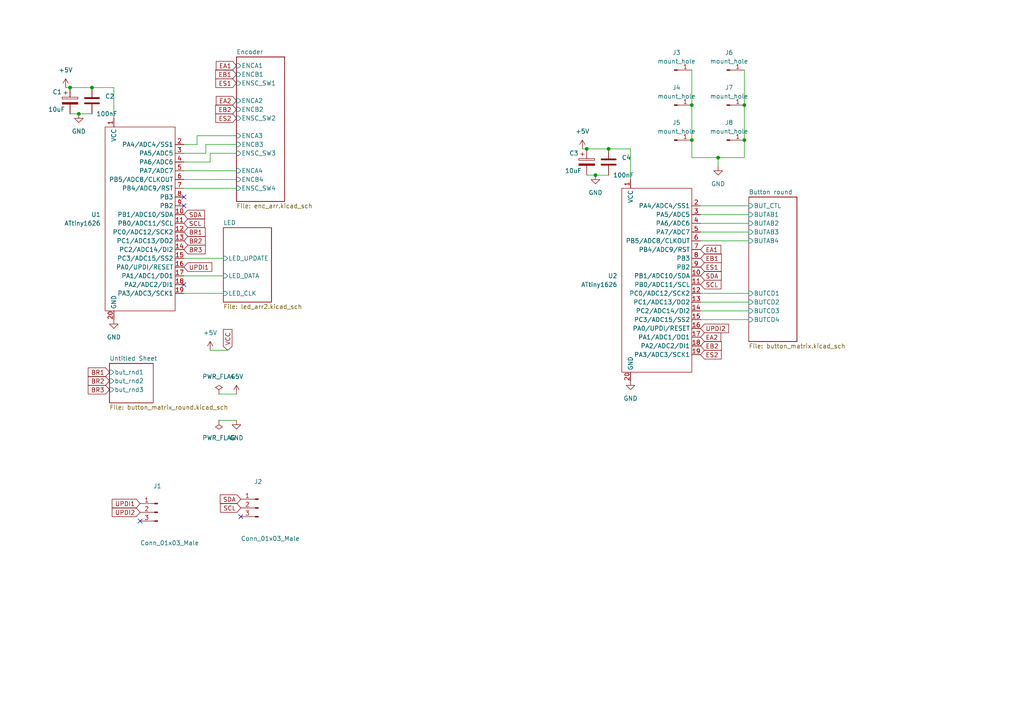
<source format=kicad_sch>
(kicad_sch (version 20230121) (generator eeschema)
  (paper "A4")
  (lib_symbols
    (symbol "3dAudioSym:ATtiny1626"
      (property "Reference" "U1" (at -12.1412 2.1785 0))
      (property "Value" "ATtiny1626" (at -12.1412 -0.5966 0))
      (symbol "ATtiny1626_0_0"
        (pin power_in line (at -8.89 30.48 270) (length 2.54) (name "VCC") (number "1"))
        (pin bidirectional line (at 11.43 2.54 180) (length 2.54) (name "PB1/ADC10/SDA") (number "10"))
        (pin bidirectional line (at 11.43 0 180) (length 2.54) (name "PB0/ADC11/SCL") (number "11"))
        (pin bidirectional line (at 11.43 -2.54 180) (length 2.54) (name "PC0/ADC12/SCK2") (number "12"))
        (pin bidirectional line (at 11.43 -5.08 180) (length 2.54) (name "PC1/ADC13/DO2") (number "13"))
        (pin bidirectional line (at 11.43 -7.62 180) (length 2.54) (name "PC2/ADC14/DI2") (number "14"))
        (pin bidirectional line (at 11.43 -10.16 180) (length 2.54) (name "PC3/ADC15/SS2") (number "15"))
        (pin bidirectional line (at 11.43 -12.7 180) (length 2.54) (name "PA0/UPDI/RESET") (number "16"))
        (pin bidirectional line (at 11.43 -15.24 180) (length 2.54) (name "PA1/ADC1/DO1") (number "17"))
        (pin bidirectional line (at 11.43 -17.78 180) (length 2.54) (name "PA2/ADC2/DI1") (number "18"))
        (pin bidirectional line (at 11.43 -20.32 180) (length 2.54) (name "PA3/ADC3/SCK1") (number "19"))
        (pin bidirectional line (at 11.43 22.86 180) (length 2.54) (name "PA4/ADC4/SS1") (number "2"))
        (pin power_in line (at -8.89 -27.94 90) (length 2.54) (name "GND") (number "20"))
        (pin bidirectional line (at 11.43 20.32 180) (length 2.54) (name "PA5/ADC5") (number "3"))
        (pin bidirectional line (at 11.43 17.78 180) (length 2.54) (name "PA6/ADC6") (number "4"))
        (pin bidirectional line (at 11.43 15.24 180) (length 2.54) (name "PA7/ADC7") (number "5"))
        (pin bidirectional line (at 11.43 12.7 180) (length 2.54) (name "PB5/ADC8/CLKOUT") (number "6"))
        (pin bidirectional line (at 11.43 10.16 180) (length 2.54) (name "PB4/ADC9/RST") (number "7"))
        (pin bidirectional line (at 11.43 7.62 180) (length 2.54) (name "PB3") (number "8"))
        (pin bidirectional line (at 11.43 5.08 180) (length 2.54) (name "PB2") (number "9"))
      )
      (symbol "ATtiny1626_0_1"
        (rectangle (start -11.43 27.94) (end 8.89 -25.4) (stroke (width 0.1524)))
      )
    )
    (symbol "3dAudioSym:C" (pin_numbers hide) (pin_names (offset 0.254))
      (property "Reference" "C" (at 0.635 2.54 0))
      (property "Value" "C" (at 0.635 -2.54 0))
      (symbol "C_0_1"
        (polyline (pts (xy -2.032 -0.762) (xy 2.032 -0.762)) (stroke (width 0.508)))
        (polyline (pts (xy -2.032 0.762) (xy 2.032 0.762)) (stroke (width 0.508)))
      )
      (symbol "C_1_1"
        (pin passive line (at 0 3.81 270) (length 2.794) (name "~") (number "1"))
        (pin passive line (at 0 -3.81 90) (length 2.794) (name "~") (number "2"))
      )
    )
    (symbol "3dAudioSym:C_Polarized" (pin_numbers hide) (pin_names (offset 0.254))
      (property "Reference" "C" (at 0.635 2.54 0))
      (property "Value" "C_Polarized" (at 0.635 -2.54 0))
      (symbol "C_Polarized_0_1"
        (rectangle (start -2.286 0.508) (end 2.286 1.016))
        (polyline (pts (xy -1.778 2.286) (xy -0.762 2.286)))
        (polyline (pts (xy -1.27 2.794) (xy -1.27 1.778)))
        (rectangle (start 2.286 -0.508) (end -2.286 -1.016) (fill (type outline)))
      )
      (symbol "C_Polarized_1_1"
        (pin passive line (at 0 3.81 270) (length 2.794) (name "~") (number "1"))
        (pin passive line (at 0 -3.81 90) (length 2.794) (name "~") (number "2"))
      )
    )
    (symbol "Connector:Conn_01x01_Pin" (pin_names (offset 1.016) hide)
      (property "Reference" "J" (at 0 2.54 0))
      (property "Value" "Conn_01x01_Pin" (at 0 -2.54 0))
      (symbol "Conn_01x01_Pin_1_1"
        (polyline (pts (xy 1.27 0) (xy 0.8636 0)) (stroke (width 0.1524)))
        (rectangle (start 0.8636 0.127) (end 0 -0.127) (stroke (width 0.1524)) (fill (type outline)))
        (pin passive line (at 5.08 0 180) (length 3.81) (name "Pin_1") (number "1"))
      )
    )
    (symbol "Connector:Conn_01x03_Male" (pin_names (offset 1.016) hide)
      (property "Reference" "J" (at 0 5.08 0))
      (property "Value" "Conn_01x03_Male" (at 0 -5.08 0))
      (symbol "Conn_01x03_Male_1_1"
        (polyline (pts (xy 1.27 -2.54) (xy 0.8636 -2.54)) (stroke (width 0.1524)))
        (polyline (pts (xy 1.27 0) (xy 0.8636 0)) (stroke (width 0.1524)))
        (polyline (pts (xy 1.27 2.54) (xy 0.8636 2.54)) (stroke (width 0.1524)))
        (rectangle (start 0.8636 -2.413) (end 0 -2.667) (stroke (width 0.1524)) (fill (type outline)))
        (rectangle (start 0.8636 0.127) (end 0 -0.127) (stroke (width 0.1524)) (fill (type outline)))
        (rectangle (start 0.8636 2.667) (end 0 2.413) (stroke (width 0.1524)) (fill (type outline)))
        (pin passive line (at 5.08 2.54 180) (length 3.81) (name "Pin_1") (number "1"))
        (pin passive line (at 5.08 0 180) (length 3.81) (name "Pin_2") (number "2"))
        (pin passive line (at 5.08 -2.54 180) (length 3.81) (name "Pin_3") (number "3"))
      )
    )
    (symbol "power:+5V" (power) (pin_names (offset 0))
      (property "Value" "+5V" (at 0 3.556 0))
      (symbol "+5V_0_1"
        (polyline (pts (xy -0.762 1.27) (xy 0 2.54)))
        (polyline (pts (xy 0 0) (xy 0 2.54)))
        (polyline (pts (xy 0 2.54) (xy 0.762 1.27)))
      )
      (symbol "+5V_1_1"
        (pin power_in line (at 0 0 90) (length 0) hide (name "+5V") (number "1"))
      )
    )
    (symbol "power:GND" (power) (pin_names (offset 0))
      (property "Value" "GND" (at 0 -3.81 0))
      (symbol "GND_0_1"
        (polyline (pts (xy 0 0) (xy 0 -1.27) (xy 1.27 -1.27) (xy 0 -2.54) (xy -1.27 -1.27) (xy 0 -1.27)))
      )
      (symbol "GND_1_1"
        (pin power_in line (at 0 0 270) (length 0) hide (name "GND") (number "1"))
      )
    )
    (symbol "power:PWR_FLAG" (power) (pin_numbers hide) (pin_names (offset 0) hide)
      (property "Value" "PWR_FLAG" (at 0 3.81 0))
      (symbol "PWR_FLAG_0_0"
        (pin power_out line (at 0 0 90) (length 0) (name "pwr") (number "1"))
      )
      (symbol "PWR_FLAG_0_1"
        (polyline (pts (xy 0 0) (xy 0 1.27) (xy -1.016 1.905) (xy 0 2.54) (xy 1.016 1.905) (xy 0 1.27)))
      )
    )
  )
  (junction (at 170.18 43.18))
  (junction (at 22.86 33.02))
  (junction (at 176.53 43.18))
  (junction (at 215.9 30.48))
  (junction (at 172.72 50.8))
  (junction (at 26.67 25.4))
  (junction (at 208.28 45.72))
  (junction (at 200.66 40.64))
  (junction (at 200.66 30.48))
  (junction (at 215.9 40.64))
  (junction (at 20.32 25.4))
  (no_connect (at 53.34 59.69))
  (no_connect (at 53.34 57.15))
  (no_connect (at 40.64 151.13))
  (no_connect (at 69.85 149.86))
  (no_connect (at 53.34 82.55))
  (wire (pts (xy 203.2 90.17) (xy 217.17 90.17)))
  (wire (pts (xy 203.2 87.63) (xy 217.17 87.63)))
  (wire (pts (xy 53.34 46.99) (xy 60.96 46.99)))
  (wire (pts (xy 19.05 25.4) (xy 20.32 25.4)))
  (wire (pts (xy 200.66 40.64) (xy 200.66 45.72)))
  (wire (pts (xy 203.2 69.85) (xy 217.17 69.85)))
  (wire (pts (xy 53.34 52.07) (xy 68.58 52.07)))
  (wire (pts (xy 63.5 114.3) (xy 68.58 114.3)))
  (wire (pts (xy 203.2 62.23) (xy 217.17 62.23)))
  (wire (pts (xy 176.53 43.18) (xy 182.88 43.18)))
  (wire (pts (xy 33.02 25.4) (xy 33.02 34.29)))
  (wire (pts (xy 168.91 43.18) (xy 170.18 43.18)))
  (wire (pts (xy 208.28 45.72) (xy 215.9 45.72)))
  (wire (pts (xy 60.96 44.45) (xy 68.58 44.45)))
  (wire (pts (xy 203.2 92.71) (xy 217.17 92.71)))
  (wire (pts (xy 170.18 50.8) (xy 172.72 50.8)))
  (wire (pts (xy 215.9 30.48) (xy 215.9 40.64)))
  (wire (pts (xy 203.2 67.31) (xy 217.17 67.31)))
  (wire (pts (xy 57.15 41.91) (xy 57.15 39.37)))
  (wire (pts (xy 60.96 101.6) (xy 66.04 101.6)))
  (wire (pts (xy 59.69 44.45) (xy 59.69 41.91)))
  (wire (pts (xy 203.2 85.09) (xy 217.17 85.09)))
  (wire (pts (xy 53.34 41.91) (xy 57.15 41.91)))
  (wire (pts (xy 60.96 46.99) (xy 60.96 44.45)))
  (wire (pts (xy 59.69 41.91) (xy 68.58 41.91)))
  (wire (pts (xy 63.5 121.92) (xy 68.58 121.92)))
  (wire (pts (xy 203.2 64.77) (xy 217.17 64.77)))
  (wire (pts (xy 200.66 45.72) (xy 208.28 45.72)))
  (wire (pts (xy 200.66 30.48) (xy 200.66 40.64)))
  (wire (pts (xy 53.34 80.01) (xy 64.77 80.01)))
  (wire (pts (xy 53.34 74.93) (xy 64.77 74.93)))
  (wire (pts (xy 203.2 59.69) (xy 217.17 59.69)))
  (wire (pts (xy 57.15 39.37) (xy 68.58 39.37)))
  (wire (pts (xy 53.34 54.61) (xy 68.58 54.61)))
  (wire (pts (xy 208.28 45.72) (xy 208.28 48.26)))
  (wire (pts (xy 53.34 44.45) (xy 59.69 44.45)))
  (wire (pts (xy 170.18 43.18) (xy 176.53 43.18)))
  (wire (pts (xy 22.86 33.02) (xy 26.67 33.02)))
  (wire (pts (xy 20.32 33.02) (xy 22.86 33.02)))
  (wire (pts (xy 182.88 43.18) (xy 182.88 52.07)))
  (wire (pts (xy 53.34 49.53) (xy 68.58 49.53)))
  (wire (pts (xy 20.32 25.4) (xy 26.67 25.4)))
  (wire (pts (xy 172.72 50.8) (xy 176.53 50.8)))
  (wire (pts (xy 215.9 40.64) (xy 215.9 45.72)))
  (wire (pts (xy 26.67 25.4) (xy 33.02 25.4)))
  (wire (pts (xy 215.9 20.32) (xy 215.9 30.48)))
  (wire (pts (xy 53.34 85.09) (xy 64.77 85.09)))
  (wire (pts (xy 200.66 20.32) (xy 200.66 30.48)))
  (global_label "ES2" (shape input) (at 68.58 34.29 180) (property "Intersheetrefs" "${INTERSHEET_REFS}" (effects hide)))
  (global_label "EB2" (shape input) (at 68.58 31.75 180) (property "Intersheetrefs" "${INTERSHEET_REFS}" (effects hide)))
  (global_label "EA1" (shape input) (at 203.2 72.39 0) (property "Intersheetrefs" "${INTERSHEET_REFS}" (effects hide)))
  (global_label "UPDI2" (shape input) (at 40.64 148.59 180) (property "Intersheetrefs" "${INTERSHEET_REFS}" (effects hide)))
  (global_label "BR3" (shape input) (at 31.75 113.03 180) (property "Intersheetrefs" "${INTERSHEET_REFS}" (effects hide)))
  (global_label "UPDI1" (shape input) (at 40.64 146.05 180) (property "Intersheetrefs" "${INTERSHEET_REFS}" (effects hide)))
  (global_label "EB1" (shape input) (at 203.2 74.93 0) (property "Intersheetrefs" "${INTERSHEET_REFS}" (effects hide)))
  (global_label "SCL" (shape input) (at 53.34 64.77 0) (property "Intersheetrefs" "${INTERSHEET_REFS}" (effects hide)))
  (global_label "UPDI2" (shape input) (at 203.2 95.25 0) (property "Intersheetrefs" "${INTERSHEET_REFS}" (effects hide)))
  (global_label "BR1" (shape input) (at 31.75 107.95 180) (property "Intersheetrefs" "${INTERSHEET_REFS}" (effects hide)))
  (global_label "SCL" (shape input) (at 203.2 82.55 0) (property "Intersheetrefs" "${INTERSHEET_REFS}" (effects hide)))
  (global_label "EB2" (shape input) (at 203.2 100.33 0) (property "Intersheetrefs" "${INTERSHEET_REFS}" (effects hide)))
  (global_label "BR2" (shape input) (at 31.75 110.49 180) (property "Intersheetrefs" "${INTERSHEET_REFS}" (effects hide)))
  (global_label "UPDI1" (shape input) (at 53.34 77.47 0) (property "Intersheetrefs" "${INTERSHEET_REFS}" (effects hide)))
  (global_label "BR2" (shape input) (at 53.34 69.85 0) (property "Intersheetrefs" "${INTERSHEET_REFS}" (effects hide)))
  (global_label "SDA" (shape input) (at 69.85 144.78 180) (property "Intersheetrefs" "${INTERSHEET_REFS}" (effects hide)))
  (global_label "BR1" (shape input) (at 53.34 67.31 0) (property "Intersheetrefs" "${INTERSHEET_REFS}" (effects hide)))
  (global_label "BR3" (shape input) (at 53.34 72.39 0) (property "Intersheetrefs" "${INTERSHEET_REFS}" (effects hide)))
  (global_label "VCC" (shape input) (at 66.04 101.6 90) (property "Intersheetrefs" "${INTERSHEET_REFS}" (effects hide)))
  (global_label "SDA" (shape input) (at 53.34 62.23 0) (property "Intersheetrefs" "${INTERSHEET_REFS}" (effects hide)))
  (global_label "EA2" (shape input) (at 68.58 29.21 180) (property "Intersheetrefs" "${INTERSHEET_REFS}" (effects hide)))
  (global_label "EA1" (shape input) (at 68.58 19.05 180) (property "Intersheetrefs" "${INTERSHEET_REFS}" (effects hide)))
  (global_label "EB1" (shape input) (at 68.58 21.59 180) (property "Intersheetrefs" "${INTERSHEET_REFS}" (effects hide)))
  (global_label "ES1" (shape input) (at 203.2 77.47 0) (property "Intersheetrefs" "${INTERSHEET_REFS}" (effects hide)))
  (global_label "ES1" (shape input) (at 68.58 24.13 180) (property "Intersheetrefs" "${INTERSHEET_REFS}" (effects hide)))
  (global_label "EA2" (shape input) (at 203.2 97.79 0) (property "Intersheetrefs" "${INTERSHEET_REFS}" (effects hide)))
  (global_label "SDA" (shape input) (at 203.2 80.01 0) (property "Intersheetrefs" "${INTERSHEET_REFS}" (effects hide)))
  (global_label "SCL" (shape input) (at 69.85 147.32 180) (property "Intersheetrefs" "${INTERSHEET_REFS}" (effects hide)))
  (global_label "ES2" (shape input) (at 203.2 102.87 0) (property "Intersheetrefs" "${INTERSHEET_REFS}" (effects hide)))
  (symbol (lib_id "power:GND") (at 208.28 48.26 0) (unit 1)
    (property "Reference" "#PWR092" (effects hide))
    (property "Value" "GND" (at 208.28 53.34 0))
  )
  (symbol (lib_id "Connector:Conn_01x01_Pin") (at 210.82 30.48 0) (unit 1)
    (property "Reference" "J7" (at 211.455 25.4 0))
    (property "Value" "mount_hole" (at 211.455 27.94 0))
    (property "Footprint" "MountingHole:MountingHole_4.3mm_M4_DIN965_Pad" (effects hide))
  )
  (symbol (lib_id "Connector:Conn_01x01_Pin") (at 210.82 40.64 0) (unit 1)
    (property "Reference" "J8" (at 211.455 35.56 0))
    (property "Value" "mount_hole" (at 211.455 38.1 0))
    (property "Footprint" "MountingHole:MountingHole_4.3mm_M4_DIN965_Pad" (effects hide))
  )
  (symbol (lib_id "Connector:Conn_01x03_Male") (at 45.72 148.59 0) (mirror y) (unit 1)
    (property "Reference" "J1" (at 44.45 140.97 0) (effects (justify right)))
    (property "Value" "Conn_01x03_Male" (at 40.64 157.48 0) (effects (justify right)))
    (property "Footprint" "Connector_Molex:Molex_KK-254_AE-6410-03A_1x03_P2.54mm_Vertical" (effects hide))
  )
  (symbol (lib_id "power:PWR_FLAG") (at 63.5 121.92 180) (unit 1)
    (property "Reference" "#FLG02" (effects hide))
    (property "Value" "PWR_FLAG" (at 63.5 127 0))
  )
  (symbol (lib_id "3dAudioSym:C_Polarized") (at 20.32 29.21 0) (unit 1)
    (property "Reference" "C1" (at 15.24 26.67 0) (effects (justify left)))
    (property "Value" "10uF" (at 13.97 31.75 0) (effects (justify left)))
    (property "Footprint" "Capacitor_THT:CP_Radial_D4.0mm_P1.50mm" (effects hide))
  )
  (symbol (lib_id "Connector:Conn_01x01_Pin") (at 195.58 40.64 0) (unit 1)
    (property "Reference" "J5" (at 196.215 35.56 0))
    (property "Value" "mount_hole" (at 196.215 38.1 0))
    (property "Footprint" "MountingHole:MountingHole_4.3mm_M4_DIN965_Pad" (effects hide))
  )
  (symbol (lib_id "power:GND") (at 68.58 121.92 0) (unit 1)
    (property "Reference" "#PWR05" (effects hide))
    (property "Value" "GND" (at 68.58 127 0))
  )
  (symbol (lib_id "3dAudioSym:C") (at 176.53 46.99 0) (unit 1)
    (property "Reference" "C4" (at 180.34 45.7199 0) (effects (justify left)))
    (property "Value" "100nF" (at 177.8 50.8 0) (effects (justify left)))
    (property "Footprint" "Capacitor_SMD:C_1206_3216Metric_Pad1.33x1.80mm_HandSolder" (effects hide))
  )
  (symbol (lib_id "Connector:Conn_01x03_Male") (at 74.93 147.32 0) (mirror y) (unit 1)
    (property "Reference" "J2" (at 73.66 139.7 0) (effects (justify right)))
    (property "Value" "Conn_01x03_Male" (at 69.85 156.21 0) (effects (justify right)))
    (property "Footprint" "Connector_Molex:Molex_KK-254_AE-6410-03A_1x03_P2.54mm_Vertical" (effects hide))
  )
  (symbol (lib_id "power:+5V") (at 68.58 114.3 0) (unit 1)
    (property "Reference" "#PWR04" (effects hide))
    (property "Value" "+5V" (at 68.58 109.22 0))
  )
  (symbol (lib_id "Connector:Conn_01x01_Pin") (at 195.58 30.48 0) (unit 1)
    (property "Reference" "J4" (at 196.215 25.4 0))
    (property "Value" "mount_hole" (at 196.215 27.94 0))
    (property "Footprint" "MountingHole:MountingHole_4.3mm_M4_DIN965_Pad" (effects hide))
  )
  (symbol (lib_id "3dAudioSym:C_Polarized") (at 170.18 46.99 0) (unit 1)
    (property "Reference" "C3" (at 165.1 44.45 0) (effects (justify left)))
    (property "Value" "10uF" (at 163.83 49.53 0) (effects (justify left)))
    (property "Footprint" "Capacitor_THT:CP_Radial_D4.0mm_P1.50mm" (effects hide))
  )
  (symbol (lib_id "power:GND") (at 22.86 33.02 0) (unit 1)
    (property "Reference" "#PWR02" (effects hide))
    (property "Value" "GND" (at 22.86 38.1 0))
  )
  (symbol (lib_id "power:GND") (at 172.72 50.8 0) (unit 1)
    (property "Reference" "#PWR07" (effects hide))
    (property "Value" "GND" (at 172.72 55.88 0))
  )
  (symbol (lib_id "power:PWR_FLAG") (at 63.5 114.3 0) (unit 1)
    (property "Reference" "#FLG01" (effects hide))
    (property "Value" "PWR_FLAG" (at 63.5 109.22 0))
  )
  (symbol (lib_id "Connector:Conn_01x01_Pin") (at 210.82 20.32 0) (unit 1)
    (property "Reference" "J6" (at 211.455 15.24 0))
    (property "Value" "mount_hole" (at 211.455 17.78 0))
    (property "Footprint" "MountingHole:MountingHole_4.3mm_M4_DIN965_Pad" (effects hide))
  )
  (symbol (lib_id "3dAudioSym:ATtiny1626") (at 191.77 82.55 0) (unit 1)
    (property "Reference" "U2" (at 179.07 80.0099 0) (effects (justify right)))
    (property "Value" "ATtiny1626" (at 179.07 82.5499 0) (effects (justify right)))
    (property "Footprint" "3dAudioFoot:attiny1626" (effects hide))
  )
  (symbol (lib_id "power:GND") (at 33.02 92.71 0) (unit 1)
    (property "Reference" "#PWR03" (effects hide))
    (property "Value" "GND" (at 33.02 97.79 0))
  )
  (symbol (lib_id "power:+5V") (at 19.05 25.4 0) (unit 1)
    (property "Reference" "#PWR01" (effects hide))
    (property "Value" "+5V" (at 19.05 20.32 0))
  )
  (symbol (lib_id "power:GND") (at 182.88 110.49 0) (unit 1)
    (property "Reference" "#PWR08" (effects hide))
    (property "Value" "GND" (at 182.88 115.57 0))
  )
  (symbol (lib_id "3dAudioSym:C") (at 26.67 29.21 0) (unit 1)
    (property "Reference" "C2" (at 30.48 27.9399 0) (effects (justify left)))
    (property "Value" "100nF" (at 27.94 33.02 0) (effects (justify left)))
    (property "Footprint" "Capacitor_SMD:C_1206_3216Metric_Pad1.33x1.80mm_HandSolder" (effects hide))
  )
  (symbol (lib_id "3dAudioSym:ATtiny1626") (at 41.91 64.77 0) (unit 1)
    (property "Reference" "U1" (at 29.21 62.2299 0) (effects (justify right)))
    (property "Value" "ATtiny1626" (at 29.21 64.7699 0) (effects (justify right)))
    (property "Footprint" "3dAudioFoot:attiny1626" (effects hide))
  )
  (symbol (lib_id "power:+5V") (at 60.96 101.6 0) (unit 1)
    (property "Reference" "#PWR093" (effects hide))
    (property "Value" "+5V" (at 60.96 96.52 0))
  )
  (symbol (lib_id "Connector:Conn_01x01_Pin") (at 195.58 20.32 0) (unit 1)
    (property "Reference" "J3" (at 196.215 15.24 0))
    (property "Value" "mount_hole" (at 196.215 17.78 0))
    (property "Footprint" "MountingHole:MountingHole_4.3mm_M4_DIN965_Pad" (effects hide))
  )
  (symbol (lib_id "power:+5V") (at 168.91 43.18 0) (unit 1)
    (property "Reference" "#PWR06" (effects hide))
    (property "Value" "+5V" (at 168.91 38.1 0))
  )
  (sheet (at 64.77 66.04) (size 13.97 21.59) (stroke (width 0.1524))
    (property "Sheetname" "LED" (at 64.77 65.3284 0) (effects (justify left bottom)))
    (property "Sheetfile" "led_arr2.kicad_sch" (at 64.77 88.2146 0) (effects (justify left top)))
    (pin "LED_CLK" input (at 64.77 85.09 180))
    (pin "LED_DATA" input (at 64.77 80.01 180))
    (pin "LED_UPDATE" input (at 64.77 74.93 180))
  )
  (sheet (at 68.58 16.51) (size 13.97 41.91) (stroke (width 0.1524))
    (property "Sheetname" "Encoder" (at 68.58 15.7984 0) (effects (justify left bottom)))
    (property "Sheetfile" "enc_arr.kicad_sch" (at 68.58 59.0046 0) (effects (justify left top)))
    (pin "ENCB3" input (at 68.58 41.91 180))
    (pin "ENCA3" input (at 68.58 39.37 180))
    (pin "ENCB1" input (at 68.58 21.59 180))
    (pin "ENCA1" input (at 68.58 19.05 180))
    (pin "ENSC_SW3" input (at 68.58 44.45 180))
    (pin "ENCA2" input (at 68.58 29.21 180))
    (pin "ENCB2" input (at 68.58 31.75 180))
    (pin "ENSC_SW2" input (at 68.58 34.29 180))
    (pin "ENSC_SW1" input (at 68.58 24.13 180))
    (pin "ENSC_SW4" input (at 68.58 54.61 180))
    (pin "ENCA4" input (at 68.58 49.53 180))
    (pin "ENCB4" input (at 68.58 52.07 180))
  )
  (sheet (at 217.17 57.15) (size 13.97 41.91) (stroke (width 0.1524))
    (property "Sheetname" "Button round" (at 217.17 56.4384 0) (effects (justify left bottom)))
    (property "Sheetfile" "button_matrix.kicad_sch" (at 217.17 99.6446 0) (effects (justify left top)))
    (pin "BUTCD4" input (at 217.17 92.71 180))
    (pin "BUTCD1" input (at 217.17 85.09 180))
    (pin "BUTAB2" input (at 217.17 64.77 180))
    (pin "BUTAB3" input (at 217.17 67.31 180))
    (pin "BUTCD2" input (at 217.17 87.63 180))
    (pin "BUTCD3" input (at 217.17 90.17 180))
    (pin "BUT_CTL" input (at 217.17 59.69 180))
    (pin "BUTAB1" input (at 217.17 62.23 180))
    (pin "BUTAB4" input (at 217.17 69.85 180))
  )
  (sheet (at 31.75 105.41) (size 12.7 11.43) (stroke (width 0.1524))
    (property "Sheetname" "Untitled Sheet" (at 31.75 104.6984 0) (effects (justify left bottom)))
    (property "Sheetfile" "button_matrix_round.kicad_sch" (at 31.75 117.4246 0) (effects (justify left top)))
    (pin "but_rnd1" input (at 31.75 107.95 180))
    (pin "but_rnd2" input (at 31.75 110.49 180))
    (pin "but_rnd3" input (at 31.75 113.03 180))
  )
)
</source>
